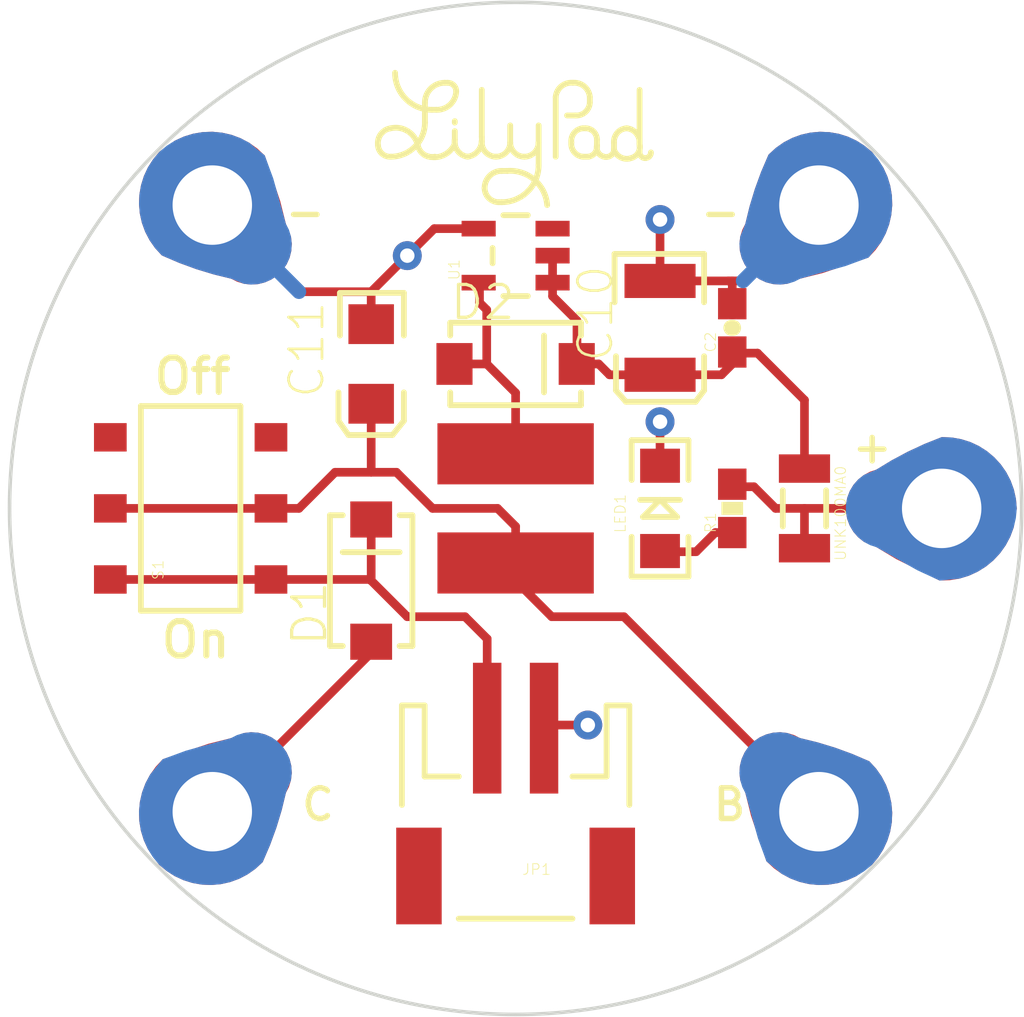
<source format=kicad_pcb>
(kicad_pcb (version 20211014) (generator pcbnew)
  (layers (0 "F.Cu" signal) (31 "B.Cu" signal) (34 "B.Paste" user) (35 "F.Paste" user) (36 "B.SilkS" user "B.Silkscreen") (37 "F.SilkS" user "F.Silkscreen") (38 "B.Mask" user) (39 "F.Mask" user) (44 "Edge.Cuts" user))
  (net 0 "")
  (net 1 "GND")
  (net 2 "N$16")
  (net 3 "B")
  (net 4 "N$1")
  (net 5 "+")
  (net 6 "N$2")
  (net 7 "N$5")
  (net 8 "C")
  (footprint "boardEagle:PETAL-LONG-2-2SIDE" (layer "F.Cu") (at 159.1691 94.3356 135)
    (fp_text reference "U$4" hide)
    (fp_text value "SEWTAP10" hide)
    (fp_poly (pts (xy 0.126124 -3.367373) (xy 0.374295 -3.32223) (xy 0.610382 -3.233401) (xy 0.82676 -3.103754) (xy 1.016441 -2.937476) (xy 1.173302 -2.739936) (xy 1.292278 -2.517512) (xy 1.363048 -2.297524) (xy 1.689085 -1.761075) (xy 1.991934 -1.194365) (xy 2.262978 -0.611774) (xy 2.508432 0.002536) (xy 2.493573 0.352924) (xy 2.435718 0.68347) (xy 2.335217 1.00364) (xy 2.193791 1.307955) (xy 2.013856 1.591207) (xy 1.798494 1.848554) (xy 1.551385 2.075592) (xy 1.276759 2.268437) (xy 0.979313 2.42379) (xy 0.664135 2.538994) (xy 0.336617 2.612077) (xy -0.003732 2.642332) (xy -0.673997 2.533088) (xy -0.997634 2.412045) (xy -1.299749 2.251368) (xy -1.578307 2.052633) (xy -1.828544 1.819241) (xy -2.046178 1.555184) (xy -2.227486 1.264982) (xy -2.369365 0.953597) (xy -2.469389 0.626358) (xy -2.525846 0.288862) (xy -2.538431 -0.072059) (xy -1.78791 -1.590384) (xy -1.360755 -2.301226) (xy -1.176179 -2.736312) (xy -1.016439 -2.937478) (xy -0.826758 -3.103756) (xy -0.61038 -3.233401) (xy -0.374294 -3.32223) (xy -0.126121 -3.367374)) (layer "F.Cu") (width 0) (fill solid))
    (fp_poly (pts (xy 0.374294 -3.32223) (xy 0.61038 -3.233401) (xy 0.826758 -3.103756) (xy 1.016439 -2.937478) (xy 1.176179 -2.736312) (xy 1.360654 -2.301463) (xy 1.689085 -1.761075) (xy 1.991934 -1.194365) (xy 2.262978 -0.611774) (xy 2.5076 0.000454) (xy 2.5076 0.022153) (xy 2.493584 0.352924) (xy 2.435738 0.683478) (xy 2.335244 1.003653) (xy 2.193821 1.307972) (xy 2.013888 1.591231) (xy 1.798522 1.848581) (xy 1.55141 2.075621) (xy 1.276779 2.268466) (xy 0.979326 2.423816) (xy 0.664142 2.539013) (xy 0.336619 2.612088) (xy -0.000384 2.642034) (xy -0.343727 2.608919) (xy -0.677126 2.531897) (xy -0.997621 2.41202) (xy -1.29973 2.25134) (xy -1.578283 2.052605) (xy -1.828516 1.819214) (xy -2.046148 1.555162) (xy -2.227457 1.264964) (xy -2.36934 0.953585) (xy -2.470349 0.62315) (xy -2.539862 -0.06737) (xy -2.178263 -0.852194) (xy -1.363557 -2.295942) (xy -1.292278 -2.517512) (xy -1.173302 -2.739936) (xy -1.016441 -2.937476) (xy -0.82676 -3.103754) (xy -0.610382 -3.233401) (xy -0.374295 -3.32223) (xy -0.126124 -3.367373) (xy 0.126121 -3.367374)) (layer "B.Cu") (width 0) (fill solid))
    (pad "1" thru_hole circle (at 0 0 225) (size 3.81 3.81) (drill 2.794) (layers *.Cu *.Mask) (net 1 "GND"))
  )
  (footprint "boardEagle:SMA-DIODE" (layer "F.Cu") (at 143.4211 107.5436 90)
    (fp_text reference "D1" (at -2.359 -2.17 90) (layer "F.SilkS") (effects (font (size 1.1557 1.1557) (thickness 0.1143)) (justify left)))
    (fp_text value "MBRA140")
    (fp_line (start 2.3 -1.45) (end 2.3 -1) (layer "F.SilkS") (width 0.2032))
    (fp_line (start -2.3 -1) (end -2.3 -1.45) (layer "F.SilkS") (width 0.2032))
    (fp_line (start -2.3 1.45) (end -2.3 1) (layer "F.SilkS") (width 0.2032))
    (fp_line (start -2.3 -1.45) (end 2.3 -1.45) (layer "F.SilkS") (width 0.2032))
    (fp_line (start 1 -1) (end 1 1) (layer "F.SilkS") (width 0.2032))
    (fp_line (start 2.3 1.45) (end -2.3 1.45) (layer "F.SilkS") (width 0.2032))
    (fp_line (start 2.3 1) (end 2.3 1.45) (layer "F.SilkS") (width 0.2032))
    (pad "A" smd rect (at -2.15 0 270) (size 1.27 1.47) (layers "F.Cu" "F.Paste" "F.Mask") (net 8 "C"))
    (pad "C" smd rect (at 2.15 0 90) (size 1.27 1.47) (layers "F.Cu" "F.Paste" "F.Mask") (net 7 "N$5"))
  )
  (footprint "boardEagle:PETAL-LONG-2-2SIDE" (layer "F.Cu") (at 137.8331 94.3356 -135)
    (fp_text reference "U$5" hide)
    (fp_text value "SEWTAP10" hide)
    (fp_poly (pts (xy 0.126124 -3.367373) (xy 0.374295 -3.32223) (xy 0.610382 -3.233401) (xy 0.82676 -3.103754) (xy 1.016441 -2.937476) (xy 1.173302 -2.739936) (xy 1.292278 -2.517512) (xy 1.363048 -2.297524) (xy 1.689085 -1.761075) (xy 1.991934 -1.194365) (xy 2.262978 -0.611774) (xy 2.508432 0.002536) (xy 2.493573 0.352924) (xy 2.435718 0.68347) (xy 2.335217 1.00364) (xy 2.193791 1.307955) (xy 2.013856 1.591207) (xy 1.798494 1.848554) (xy 1.551385 2.075592) (xy 1.276759 2.268437) (xy 0.979313 2.42379) (xy 0.664135 2.538994) (xy 0.336617 2.612077) (xy -0.003732 2.642332) (xy -0.673997 2.533088) (xy -0.997634 2.412045) (xy -1.299749 2.251368) (xy -1.578307 2.052633) (xy -1.828544 1.819241) (xy -2.046178 1.555184) (xy -2.227486 1.264982) (xy -2.369365 0.953597) (xy -2.469389 0.626358) (xy -2.525846 0.288862) (xy -2.538431 -0.072059) (xy -1.78791 -1.590384) (xy -1.360755 -2.301226) (xy -1.176179 -2.736312) (xy -1.016439 -2.937478) (xy -0.826758 -3.103756) (xy -0.61038 -3.233401) (xy -0.374294 -3.32223) (xy -0.126121 -3.367374)) (layer "F.Cu") (width 0) (fill solid))
    (fp_poly (pts (xy 0.374294 -3.32223) (xy 0.61038 -3.233401) (xy 0.826758 -3.103756) (xy 1.016439 -2.937478) (xy 1.176179 -2.736312) (xy 1.360654 -2.301463) (xy 1.689085 -1.761075) (xy 1.991934 -1.194365) (xy 2.262978 -0.611774) (xy 2.5076 0.000454) (xy 2.5076 0.022153) (xy 2.493584 0.352924) (xy 2.435738 0.683478) (xy 2.335244 1.003653) (xy 2.193821 1.307972) (xy 2.013888 1.591231) (xy 1.798522 1.848581) (xy 1.55141 2.075621) (xy 1.276779 2.268466) (xy 0.979326 2.423816) (xy 0.664142 2.539013) (xy 0.336619 2.612088) (xy -0.000384 2.642034) (xy -0.343727 2.608919) (xy -0.677126 2.531897) (xy -0.997621 2.41202) (xy -1.29973 2.25134) (xy -1.578283 2.052605) (xy -1.828516 1.819214) (xy -2.046148 1.555162) (xy -2.227457 1.264964) (xy -2.36934 0.953585) (xy -2.470349 0.62315) (xy -2.539862 -0.06737) (xy -2.178263 -0.852194) (xy -1.363557 -2.295942) (xy -1.292278 -2.517512) (xy -1.173302 -2.739936) (xy -1.016441 -2.937476) (xy -0.82676 -3.103754) (xy -0.610382 -3.233401) (xy -0.374295 -3.32223) (xy -0.126124 -3.367373) (xy 0.126121 -3.367374)) (layer "B.Cu") (width 0) (fill solid))
    (pad "1" thru_hole circle (at 0 0 315) (size 3.81 3.81) (drill 2.794) (layers *.Cu *.Mask) (net 1 "GND"))
  )
  (footprint "boardEagle:LED-1206" (layer "F.Cu") (at 153.5811 105.0036 90)
    (fp_text reference "LED1" (at -0.889 -1.397 90) (layer "F.SilkS") (effects (font (size 0.376489 0.376489) (thickness 0.029911)) (justify left)))
    (fp_text value "Red")
    (fp_line (start -2.4 -1) (end -2.4 1) (layer "F.SilkS") (width 0.2032))
    (fp_line (start 1 -1) (end 2.4 -1) (layer "F.SilkS") (width 0.2032))
    (fp_line (start 2.4 1) (end 1 1) (layer "F.SilkS") (width 0.2032))
    (fp_line (start -1 -1) (end -2.4 -1) (layer "F.SilkS") (width 0.2032))
    (fp_line (start 2.4 -1) (end 2.4 1) (layer "F.SilkS") (width 0.2032))
    (fp_line (start 0.3 0) (end 0.3 0.7) (layer "F.SilkS") (width 0.2032))
    (fp_line (start 0.3 -0.7) (end 0.3 0) (layer "F.SilkS") (width 0.2032))
    (fp_line (start -2.4 1) (end -1 1) (layer "F.SilkS") (width 0.2032))
    (fp_line (start 0.3 0) (end -0.3 -0.6) (layer "F.SilkS") (width 0.2032))
    (fp_line (start -0.3 0.6) (end 0.3 0) (layer "F.SilkS") (width 0.2032))
    (fp_line (start -0.3 -0.6) (end -0.3 0.6) (layer "F.SilkS") (width 0.2032))
    (pad "A" smd rect (at -1.5 0 90) (size 1.2 1.4) (layers "F.Cu" "F.Paste" "F.Mask") (net 4 "N$1"))
    (pad "C" smd rect (at 1.5 0 90) (size 1.2 1.4) (layers "F.Cu" "F.Paste" "F.Mask") (net 1 "GND"))
  )
  (footprint "boardEagle:CR54" (layer "F.Cu") (at 148.5011 105.0036)
    (fp_text reference "L1" hide)
    (fp_text value "22uH" hide)
    (pad "P$1" smd rect (at 0 -1.92) (size 5.5 2.15) (layers "F.Cu" "F.Paste" "F.Mask") (net 2 "N$16"))
    (pad "P$2" smd rect (at 0 1.92) (size 5.5 2.15) (layers "F.Cu" "F.Paste" "F.Mask") (net 3 "B"))
  )
  (footprint "boardEagle:CPOL_1206" (layer "F.Cu") (at 143.4211 99.9236)
    (fp_text reference "C11" (at -2.27 1.27 90) (layer "F.SilkS") (effects (font (size 1.176528 1.176528) (thickness 0.093472)) (justify left)))
    (fp_text value "10uF")
    (fp_line (start 1.15 2) (end 1.15 1) (layer "F.SilkS") (width 0.2032))
    (fp_line (start -1.15 2) (end -0.8 2.5) (layer "F.SilkS") (width 0.2032))
    (fp_line (start -1.15 1) (end -1.15 2) (layer "F.SilkS") (width 0.2032))
    (fp_line (start -0.8 2.5) (end 0.75 2.5) (layer "F.SilkS") (width 0.2032))
    (fp_line (start -1.1 -2.5) (end 1.15 -2.5) (layer "F.SilkS") (width 0.2032))
    (fp_line (start 1.15 -2.5) (end 1.15 -1) (layer "F.SilkS") (width 0.2032))
    (fp_line (start 0.75 2.5) (end 1.15 2) (layer "F.SilkS") (width 0.2032))
    (fp_line (start -1.1 -1) (end -1.1 -2.5) (layer "F.SilkS") (width 0.2032))
    (pad "A" smd rect (at 0 1.4) (size 1.6 1.4) (layers "F.Cu" "F.Paste" "F.Mask") (net 3 "B"))
    (pad "C" smd rect (at 0 -1.4) (size 1.6 1.4) (layers "F.Cu" "F.Paste" "F.Mask") (net 1 "GND"))
  )
  (footprint "boardEagle:AYZ0202" (layer "F.Cu") (at 137.0711 105.0036 90)
    (fp_text reference "S1" (at -2.54 -1.143 90) (layer "F.SilkS") (effects (font (size 0.376489 0.376489) (thickness 0.029911)) (justify left)))
    (fp_text value "AYZ0202")
    (fp_line (start -3.6 -1.75) (end -3.6 1.75) (layer "F.SilkS") (width 0.2032))
    (fp_line (start -3.6 1.75) (end 3.6 1.75) (layer "F.SilkS") (width 0.2032))
    (fp_line (start 3.6 -1.75) (end -3.6 -1.75) (layer "F.SilkS") (width 0.2032))
    (fp_line (start 3.6 1.75) (end 3.6 -1.75) (layer "F.SilkS") (width 0.2032))
    (pad "" np_thru_hole circle (at 1.5 0 90) (size 0.85 0.85) (drill 0.85) (layers *.Cu *.Mask))
    (pad "" np_thru_hole circle (at -1.5 0 90) (size 0.85 0.85) (drill 0.85) (layers *.Cu *.Mask))
    (pad "1" smd rect (at -2.5 -2.825 90) (size 1 1.15) (layers "F.Cu" "F.Paste" "F.Mask") (net 7 "N$5"))
    (pad "2" smd rect (at 0 -2.825 90) (size 1 1.15) (layers "F.Cu" "F.Paste" "F.Mask") (net 3 "B"))
    (pad "3" smd rect (at 2.5 -2.825 90) (size 1 1.15) (layers "F.Cu" "F.Paste" "F.Mask"))
    (pad "4" smd rect (at -2.5 2.825 90) (size 1 1.15) (layers "F.Cu" "F.Paste" "F.Mask") (net 7 "N$5"))
    (pad "5" smd rect (at 0 2.825 90) (size 1 1.15) (layers "F.Cu" "F.Paste" "F.Mask") (net 3 "B"))
    (pad "6" smd rect (at 2.5 2.825 90) (size 1 1.15) (layers "F.Cu" "F.Paste" "F.Mask"))
  )
  (footprint "boardEagle:0603-CAP" (layer "F.Cu") (at 156.1211 98.6536 90)
    (fp_text reference "C2" (at -0.889 -0.762 90) (layer "F.SilkS") (effects (font (size 0.376489 0.376489) (thickness 0.029911)) (justify left)))
    (fp_text value "0.1uF")
    (fp_line (start 0 -0.0305) (end 0 0.0305) (layer "F.SilkS") (width 0.5588))
    (pad "1" smd rect (at -0.85 0 90) (size 1.1 1) (layers "F.Cu" "F.Paste" "F.Mask") (net 6 "N$2"))
    (pad "2" smd rect (at 0.85 0 90) (size 1.1 1) (layers "F.Cu" "F.Paste" "F.Mask") (net 1 "GND"))
  )
  (footprint "boardEagle:EIA3528-21" (layer "F.Cu") (at 153.5811 98.6536)
    (fp_text reference "C10" (at -2.27 1.27 90) (layer "F.SilkS") (effects (font (size 1.176528 1.176528) (thickness 0.093472)) (justify left)))
    (fp_text value "47uF")
    (fp_line (start -1.55 1) (end -1.55 2.2) (layer "F.SilkS") (width 0.2032))
    (fp_line (start 1.55 -2.6) (end 1.55 -0.9) (layer "F.SilkS") (width 0.2032))
    (fp_line (start 1.25 2.6) (end 1.55 2.2) (layer "F.SilkS") (width 0.2032))
    (fp_line (start -1.6 -0.9) (end -1.6 -2.6) (layer "F.SilkS") (width 0.2032))
    (fp_line (start 1.55 2.2) (end 1.55 1) (layer "F.SilkS") (width 0.2032))
    (fp_line (start -1.55 2.2) (end -1.2 2.6) (layer "F.SilkS") (width 0.2032))
    (fp_line (start -1.2 2.6) (end 1.25 2.6) (layer "F.SilkS") (width 0.2032))
    (fp_line (start -1.6 -2.6) (end 1.55 -2.6) (layer "F.SilkS") (width 0.2032))
    (pad "A" smd rect (at 0 1.65) (size 2.5 1.2) (layers "F.Cu" "F.Paste" "F.Mask") (net 6 "N$2"))
    (pad "C" smd rect (at 0 -1.65) (size 2.5 1.2) (layers "F.Cu" "F.Paste" "F.Mask") (net 1 "GND"))
  )
  (footprint "boardEagle:PETAL-LONG-2-2SIDE" (layer "F.Cu") (at 137.8331 115.6716 -45)
    (fp_text reference "U$2" hide)
    (fp_text value "SEWTAP10" hide)
    (fp_poly (pts (xy 0.126124 -3.367373) (xy 0.374295 -3.32223) (xy 0.610382 -3.233401) (xy 0.82676 -3.103754) (xy 1.016441 -2.937476) (xy 1.173302 -2.739936) (xy 1.292278 -2.517512) (xy 1.363048 -2.297524) (xy 1.689085 -1.761075) (xy 1.991934 -1.194365) (xy 2.262978 -0.611774) (xy 2.508432 0.002536) (xy 2.493573 0.352924) (xy 2.435718 0.68347) (xy 2.335217 1.00364) (xy 2.193791 1.307955) (xy 2.013856 1.591207) (xy 1.798494 1.848554) (xy 1.551385 2.075592) (xy 1.276759 2.268437) (xy 0.979313 2.42379) (xy 0.664135 2.538994) (xy 0.336617 2.612077) (xy -0.003732 2.642332) (xy -0.673997 2.533088) (xy -0.997634 2.412045) (xy -1.299749 2.251368) (xy -1.578307 2.052633) (xy -1.828544 1.819241) (xy -2.046178 1.555184) (xy -2.227486 1.264982) (xy -2.369365 0.953597) (xy -2.469389 0.626358) (xy -2.525846 0.288862) (xy -2.538431 -0.072059) (xy -1.78791 -1.590384) (xy -1.360755 -2.301226) (xy -1.176179 -2.736312) (xy -1.016439 -2.937478) (xy -0.826758 -3.103756) (xy -0.61038 -3.233401) (xy -0.374294 -3.32223) (xy -0.126121 -3.367374)) (layer "F.Cu") (width 0) (fill solid))
    (fp_poly (pts (xy 0.374294 -3.32223) (xy 0.61038 -3.233401) (xy 0.826758 -3.103756) (xy 1.016439 -2.937478) (xy 1.176179 -2.736312) (xy 1.360654 -2.301463) (xy 1.689085 -1.761075) (xy 1.991934 -1.194365) (xy 2.262978 -0.611774) (xy 2.5076 0.000454) (xy 2.5076 0.022153) (xy 2.493584 0.352924) (xy 2.435738 0.683478) (xy 2.335244 1.003653) (xy 2.193821 1.307972) (xy 2.013888 1.591231) (xy 1.798522 1.848581) (xy 1.55141 2.075621) (xy 1.276779 2.268466) (xy 0.979326 2.423816) (xy 0.664142 2.539013) (xy 0.336619 2.612088) (xy -0.000384 2.642034) (xy -0.343727 2.608919) (xy -0.677126 2.531897) (xy -0.997621 2.41202) (xy -1.29973 2.25134) (xy -1.578283 2.052605) (xy -1.828516 1.819214) (xy -2.046148 1.555162) (xy -2.227457 1.264964) (xy -2.36934 0.953585) (xy -2.470349 0.62315) (xy -2.539862 -0.06737) (xy -2.178263 -0.852194) (xy -1.363557 -2.295942) (xy -1.292278 -2.517512) (xy -1.173302 -2.739936) (xy -1.016441 -2.937476) (xy -0.82676 -3.103754) (xy -0.610382 -3.233401) (xy -0.374295 -3.32223) (xy -0.126124 -3.367373) (xy 0.126121 -3.367374)) (layer "B.Cu") (width 0) (fill solid))
    (pad "1" thru_hole circle (at 0 0 45) (size 3.81 3.81) (drill 2.794) (layers *.Cu *.Mask) (net 8 "C"))
  )
  (footprint "boardEagle:PETAL-LONG-2-2SIDE" (layer "F.Cu") (at 159.1691 115.6716 45)
    (fp_text reference "U$3" hide)
    (fp_text value "SEWTAP10" hide)
    (fp_poly (pts (xy 0.126124 -3.367373) (xy 0.374295 -3.32223) (xy 0.610382 -3.233401) (xy 0.82676 -3.103754) (xy 1.016441 -2.937476) (xy 1.173302 -2.739936) (xy 1.292278 -2.517512) (xy 1.363048 -2.297524) (xy 1.689085 -1.761075) (xy 1.991934 -1.194365) (xy 2.262978 -0.611774) (xy 2.508432 0.002536) (xy 2.493573 0.352924) (xy 2.435718 0.68347) (xy 2.335217 1.00364) (xy 2.193791 1.307955) (xy 2.013856 1.591207) (xy 1.798494 1.848554) (xy 1.551385 2.075592) (xy 1.276759 2.268437) (xy 0.979313 2.42379) (xy 0.664135 2.538994) (xy 0.336617 2.612077) (xy -0.003732 2.642332) (xy -0.673997 2.533088) (xy -0.997634 2.412045) (xy -1.299749 2.251368) (xy -1.578307 2.052633) (xy -1.828544 1.819241) (xy -2.046178 1.555184) (xy -2.227486 1.264982) (xy -2.369365 0.953597) (xy -2.469389 0.626358) (xy -2.525846 0.288862) (xy -2.538431 -0.072059) (xy -1.78791 -1.590384) (xy -1.360755 -2.301226) (xy -1.176179 -2.736312) (xy -1.016439 -2.937478) (xy -0.826758 -3.103756) (xy -0.61038 -3.233401) (xy -0.374294 -3.32223) (xy -0.126121 -3.367374)) (layer "F.Cu") (width 0) (fill solid))
    (fp_poly (pts (xy 0.374294 -3.32223) (xy 0.61038 -3.233401) (xy 0.826758 -3.103756) (xy 1.016439 -2.937478) (xy 1.176179 -2.736312) (xy 1.360654 -2.301463) (xy 1.689085 -1.761075) (xy 1.991934 -1.194365) (xy 2.262978 -0.611774) (xy 2.5076 0.000454) (xy 2.5076 0.022153) (xy 2.493584 0.352924) (xy 2.435738 0.683478) (xy 2.335244 1.003653) (xy 2.193821 1.307972) (xy 2.013888 1.591231) (xy 1.798522 1.848581) (xy 1.55141 2.075621) (xy 1.276779 2.268466) (xy 0.979326 2.423816) (xy 0.664142 2.539013) (xy 0.336619 2.612088) (xy -0.000384 2.642034) (xy -0.343727 2.608919) (xy -0.677126 2.531897) (xy -0.997621 2.41202) (xy -1.29973 2.25134) (xy -1.578283 2.052605) (xy -1.828516 1.819214) (xy -2.046148 1.555162) (xy -2.227457 1.264964) (xy -2.36934 0.953585) (xy -2.470349 0.62315) (xy -2.539862 -0.06737) (xy -2.178263 -0.852194) (xy -1.363557 -2.295942) (xy -1.292278 -2.517512) (xy -1.173302 -2.739936) (xy -1.016441 -2.937476) (xy -0.82676 -3.103754) (xy -0.610382 -3.233401) (xy -0.374295 -3.32223) (xy -0.126124 -3.367373) (xy 0.126121 -3.367374)) (layer "B.Cu") (width 0) (fill solid))
    (pad "1" thru_hole circle (at 0 0 135) (size 3.81 3.81) (drill 2.794) (layers *.Cu *.Mask) (net 3 "B"))
  )
  (footprint "boardEagle:0603-RES" (layer "F.Cu") (at 156.1211 105.0036 90)
    (fp_text reference "R1" (at -0.889 -0.762 90) (layer "F.SilkS") (effects (font (size 0.376489 0.376489) (thickness 0.029911)) (justify left)))
    (fp_text value "1K")
    (fp_poly (pts (xy -0.2286 0.381) (xy 0.2286 0.381) (xy 0.2286 -0.381) (xy -0.2286 -0.381)) (layer "F.SilkS") (width 0) (fill solid))
    (pad "1" smd rect (at -0.85 0 90) (size 1.1 1) (layers "F.Cu" "F.Paste" "F.Mask") (net 4 "N$1"))
    (pad "2" smd rect (at 0.85 0 90) (size 1.1 1) (layers "F.Cu" "F.Paste" "F.Mask") (net 5 "+"))
  )
  (footprint "boardEagle:LOGO-LILYPAD" (layer "F.Cu") (at 148.5011 91.6686)
    (fp_text reference "U$7" hide)
    (fp_text value "LOGO-LPLP" hide)
    (fp_line (start -2.14 0.365) (end -2.14 0.065) (layer "F.SilkS") (width 0.2032))
    (fp_line (start -3.19 -0.235) (end -3.19 -0.935) (layer "F.SilkS") (width 0.2032))
    (fp_line (start -2.14 0.365) (end -2.14 0.515) (layer "F.SilkS") (width 0.2032))
    (fp_line (start 0.81 0.465) (end 0.81 -0.135) (layer "F.SilkS") (width 0.2032))
    (fp_line (start 3.46 0.715) (end 3.46 0.465) (layer "F.SilkS") (width 0.2032))
    (fp_line (start -0.49 1.465) (end -0.29 1.465) (layer "F.SilkS") (width 0.2032))
    (fp_line (start 2.86 0.365) (end 2.86 0.565) (layer "F.SilkS") (width 0.2032))
    (fp_line (start -1.19 0.465) (end -1.19 0.415) (layer "F.SilkS") (width 0.2032))
    (fp_line (start -0.59 2.565) (end -0.49 2.565) (layer "F.SilkS") (width 0.2032))
    (fp_line (start 2.11 -0.485) (end 1.81 -0.485) (layer "F.SilkS") (width 0.2032))
    (fp_line (start -2.49 -1.635) (end -2.39 -1.635) (layer "F.SilkS") (width 0.2032))
    (fp_line (start -0.19 0.465) (end -0.19 -0.135) (layer "F.SilkS") (width 0.2032))
    (fp_line (start -2.14 -0.235) (end -2.14 -0.285) (layer "F.SilkS") (width 0.2032))
    (fp_line (start -2.94 -0.685) (end -2.79 -0.685) (layer "F.SilkS") (width 0.2032))
    (fp_line (start 2.56 0.965) (end 2.36 0.965) (layer "F.SilkS") (width 0.2032))
    (fp_line (start 4.36 0.615) (end 4.36 -1.385) (layer "F.SilkS") (width 0.2032))
    (fp_line (start 2.61 -1.135) (end 2.61 -0.935) (layer "F.SilkS") (width 0.2032))
    (fp_line (start 0.81 1.265) (end 0.81 0.465) (layer "F.SilkS") (width 0.2032))
    (fp_line (start 3.46 0.765) (end 3.46 0.715) (layer "F.SilkS") (width 0.2032))
    (fp_line (start 1.41 0.965) (end 1.41 -1.135) (layer "F.SilkS") (width 0.2032))
    (fp_line (start 2.36 -0.035) (end 2.46 -0.035) (layer "F.SilkS") (width 0.2032))
    (fp_line (start -1.19 0.265) (end -1.19 -1.385) (layer "F.SilkS") (width 0.2032))
    (fp_line (start 4.36 0.715) (end 4.36 0.815) (layer "F.SilkS") (width 0.2032))
    (fp_arc (start -2.94 -0.685) (mid -3.859239 -1.065761) (end -4.24 -1.985) (layer "F.SilkS") (width 0.2032))
    (fp_arc (start -1.19 0.415) (mid -1.338239 0.78251) (end -1.690001 0.965) (layer "F.SilkS") (width 0.2032))
    (fp_arc (start 2.36 0.965) (mid 2.056446 0.797842) (end 1.959999 0.464999) (layer "F.SilkS") (width 0.2032))
    (fp_arc (start 3.46 0.465) (mid 3.581447 0.121802) (end 3.91 -0.035) (layer "F.SilkS") (width 0.2032))
    (fp_arc (start -3.19 -0.235) (mid -3.541472 0.613528) (end -4.39 0.965) (layer "F.SilkS") (width 0.2032))
    (fp_arc (start -4.39 0.965) (mid -4.697843 0.858198) (end -4.84 0.565) (layer "F.SilkS") (width 0.2032))
    (fp_arc (start 2.86 0.565) (mid 2.792843 0.827132) (end 2.56 0.965) (layer "F.SilkS") (width 0.2032))
    (fp_arc (start 3.46 0.765) (mid 3.326421 0.937487) (end 3.11 0.965) (layer "F.SilkS") (width 0.2032))
    (fp_arc (start -1.09 2.065) (mid -0.914264 1.640735) (end -0.489999 1.464999) (layer "F.SilkS") (width 0.2032))
    (fp_arc (start 4.36 0.715) (mid 4.251547 0.906548) (end 4.059999 1.015) (layer "F.SilkS") (width 0.2032))
    (fp_arc (start -1.69 0.965) (mid -2.039264 0.758198) (end -2.14 0.365) (layer "F.SilkS") (width 0.2032))
    (fp_arc (start -2.39 -1.635) (mid -2.177868 -1.547132) (end -2.09 -1.335) (layer "F.SilkS") (width 0.2032))
    (fp_arc (start 0.81 1.265) (mid 0.429239 2.184239) (end -0.49 2.565) (layer "F.SilkS") (width 0.2032))
    (fp_arc (start -0.69 0.965) (mid -1.043553 0.818553) (end -1.19 0.465) (layer "F.SilkS") (width 0.2032))
    (fp_arc (start -2.09 -1.335) (mid -2.305381 -0.865025) (end -2.79 -0.685) (layer "F.SilkS") (width 0.2032))
    (fp_arc (start 3.91 -0.035) (mid 4.248909 0.146802) (end 4.36 0.515) (layer "F.SilkS") (width 0.2032))
    (fp_arc (start -1.19 0.265) (mid -1.187119 0.34) (end -1.19 0.415) (layer "F.SilkS") (width 0.2032))
    (fp_arc (start 0.31 0.965) (mid -0.043553 0.818553) (end -0.19 0.465) (layer "F.SilkS") (width 0.2032))
    (fp_arc (start -0.29 1.465) (mid 0.658528 1.775051) (end 1.11 2.665) (layer "F.SilkS") (width 0.2032))
    (fp_arc (start 2.01 -1.635) (mid 2.413529 -1.509234) (end 2.609999 -1.134999) (layer "F.SilkS") (width 0.2032))
    (fp_arc (start 2.46 -0.035) (mid 2.742843 0.082157) (end 2.86 0.365) (layer "F.SilkS") (width 0.2032))
    (fp_arc (start 0.81 0.465) (mid 0.663553 0.818553) (end 0.31 0.965) (layer "F.SilkS") (width 0.2032))
    (fp_arc (start -2.14 0.515) (mid -2.582158 0.932462) (end -3.190001 0.914999) (layer "F.SilkS") (width 0.2032))
    (fp_arc (start -0.59 2.565) (mid -0.943553 2.418553) (end -1.09 2.065) (layer "F.SilkS") (width 0.2032))
    (fp_arc (start 1.41 -1.135) (mid 1.606447 -1.509264) (end 2.01 -1.635) (layer "F.SilkS") (width 0.2032))
    (fp_arc (start 2.61 -0.935) (mid 2.453171 -0.606475) (end 2.109999 -0.484999) (layer "F.SilkS") (width 0.2032))
    (fp_arc (start 4.56 1.015) (mid 4.418579 0.956421) (end 4.36 0.815) (layer "F.SilkS") (width 0.2032))
    (fp_arc (start 4.76 0.815) (mid 4.701421 0.956421) (end 4.56 1.015) (layer "F.SilkS") (width 0.2032))
    (fp_arc (start -3.19 -0.935) (mid -2.984975 -1.429975) (end -2.49 -1.635) (layer "F.SilkS") (width 0.2032))
    (fp_arc (start -4.39 -0.035) (mid -3.790736 0.068249) (end -3.44 0.565) (layer "F.SilkS") (width 0.2032))
    (fp_arc (start -2.839999 0.964999) (mid -3.222842 0.889264) (end -3.44 0.565) (layer "F.SilkS") (width 0.2032))
    (fp_arc (start 1.96 0.465) (mid 2.056447 0.132157) (end 2.36 -0.035) (layer "F.SilkS") (width 0.2032))
    (fp_arc (start 4.06 1.015) (mid 3.697868 0.989264) (end 3.46 0.715) (layer "F.SilkS") (width 0.2032))
    (fp_arc (start -4.84 0.565) (mid -4.739264 0.171802) (end -4.39 -0.035) (layer "F.SilkS") (width 0.2032))
    (fp_arc (start -0.19 0.465) (mid -0.336447 0.818553) (end -0.69 0.965) (layer "F.SilkS") (width 0.2032))
    (fp_arc (start 4.36 0.515) (mid 4.372311 0.615) (end 4.36 0.715) (layer "F.SilkS") (width 0.2032))
    (fp_arc (start 3.11 0.965) (mid 2.902157 0.816777) (end 2.86 0.565) (layer "F.SilkS") (width 0.2032))
  )
  (footprint "boardEagle:PTC-1206" (layer "F.Cu") (at 158.6611 105.0036 -90)
    (fp_text reference "UNK100MA0" (at -1.524 -1.27 90) (layer "F.SilkS") (effects (font (size 0.376489 0.376489) (thickness 0.029911)) (justify right)))
    (fp_text value "PTC")
    (fp_line (start -0.635 -0.762) (end 0.635 -0.762) (layer "F.SilkS") (width 0.2032))
    (fp_line (start 0.635 0.762) (end -0.635 0.762) (layer "F.SilkS") (width 0.2032))
    (pad "1" smd rect (at -1.4 0 270) (size 1 1.8) (layers "F.Cu" "F.Paste" "F.Mask") (net 6 "N$2"))
    (pad "2" smd rect (at 1.4 0 270) (size 1 1.8) (layers "F.Cu" "F.Paste" "F.Mask") (net 5 "+"))
  )
  (footprint "boardEagle:SMA-DIODE" (layer "F.Cu") (at 148.5011 99.9236)
    (fp_text reference "D2" (at -2.359 -2.17) (layer "F.SilkS") (effects (font (size 1.1557 1.1557) (thickness 0.1143)) (justify left)))
    (fp_text value "MBRA140")
    (fp_line (start 2.3 -1.45) (end 2.3 -1) (layer "F.SilkS") (width 0.2032))
    (fp_line (start 2.3 1.45) (end -2.3 1.45) (layer "F.SilkS") (width 0.2032))
    (fp_line (start -2.3 1.45) (end -2.3 1) (layer "F.SilkS") (width 0.2032))
    (fp_line (start -2.3 -1.45) (end 2.3 -1.45) (layer "F.SilkS") (width 0.2032))
    (fp_line (start 1 -1) (end 1 1) (layer "F.SilkS") (width 0.2032))
    (fp_line (start -2.3 -1) (end -2.3 -1.45) (layer "F.SilkS") (width 0.2032))
    (fp_line (start 2.3 1) (end 2.3 1.45) (layer "F.SilkS") (width 0.2032))
    (pad "A" smd rect (at -2.15 0 180) (size 1.27 1.47) (layers "F.Cu" "F.Paste" "F.Mask") (net 2 "N$16"))
    (pad "C" smd rect (at 2.15 0) (size 1.27 1.47) (layers "F.Cu" "F.Paste" "F.Mask") (net 6 "N$2"))
  )
  (footprint "boardEagle:JST-2-SMD" (layer "F.Cu") (at 148.5011 116.4336 180)
    (fp_text reference "JP1" (at -1.27 -1.27) (layer "F.SilkS") (effects (font (size 0.376489 0.376489) (thickness 0.029911)) (justify right)))
    (fp_text value "LiPo")
    (fp_line (start 2 -3) (end -2 -3) (layer "F.SilkS") (width 0.2032))
    (fp_line (start 4 4.5) (end 4 1) (layer "F.SilkS") (width 0.2032))
    (fp_line (start -4 1) (end -4 4.5) (layer "F.SilkS") (width 0.2032))
    (fp_line (start -4 4.5) (end -3.2 4.5) (layer "F.SilkS") (width 0.2032))
    (fp_line (start 3.2 4.5) (end 4 4.5) (layer "F.SilkS") (width 0.2032))
    (fp_line (start 2 2) (end 3.2 2) (layer "F.SilkS") (width 0.2032))
    (fp_line (start -3.2 4.5) (end -3.2 2) (layer "F.SilkS") (width 0.2032))
    (fp_line (start 3.2 2) (end 3.2 4.5) (layer "F.SilkS") (width 0.2032))
    (fp_line (start -3.2 2) (end -2 2) (layer "F.SilkS") (width 0.2032))
    (pad "1" smd rect (at -1 3.7 180) (size 1 4.6) (layers "F.Cu" "F.Paste" "F.Mask") (net 1 "GND"))
    (pad "2" smd rect (at 1 3.7 180) (size 1 4.6) (layers "F.Cu" "F.Paste" "F.Mask") (net 7 "N$5"))
    (pad "NC1" smd rect (at -3.4 -1.5 270) (size 3.4 1.6) (layers "F.Cu" "F.Paste" "F.Mask"))
    (pad "NC2" smd rect (at 3.4 -1.5 270) (size 3.4 1.6) (layers "F.Cu" "F.Paste" "F.Mask"))
  )
  (footprint "boardEagle:PETAL-LONG-2-2SIDE" (layer "F.Cu") (at 163.4871 105.0036 90)
    (fp_text reference "U$1" hide)
    (fp_text value "SEWTAP10" hide)
    (fp_poly (pts (xy 0.126124 -3.367373) (xy 0.374295 -3.32223) (xy 0.610382 -3.233401) (xy 0.82676 -3.103754) (xy 1.016441 -2.937476) (xy 1.173302 -2.739936) (xy 1.292278 -2.517512) (xy 1.363048 -2.297524) (xy 1.689085 -1.761075) (xy 1.991934 -1.194365) (xy 2.262978 -0.611774) (xy 2.508432 0.002536) (xy 2.493573 0.352924) (xy 2.435718 0.68347) (xy 2.335217 1.00364) (xy 2.193791 1.307955) (xy 2.013856 1.591207) (xy 1.798494 1.848554) (xy 1.551385 2.075592) (xy 1.276759 2.268437) (xy 0.979313 2.42379) (xy 0.664135 2.538994) (xy 0.336617 2.612077) (xy -0.003732 2.642332) (xy -0.673997 2.533088) (xy -0.997634 2.412045) (xy -1.299749 2.251368) (xy -1.578307 2.052633) (xy -1.828544 1.819241) (xy -2.046178 1.555184) (xy -2.227486 1.264982) (xy -2.369365 0.953597) (xy -2.469389 0.626358) (xy -2.525846 0.288862) (xy -2.538431 -0.072059) (xy -1.78791 -1.590384) (xy -1.360755 -2.301226) (xy -1.176179 -2.736312) (xy -1.016439 -2.937478) (xy -0.826758 -3.103756) (xy -0.61038 -3.233401) (xy -0.374294 -3.32223) (xy -0.126121 -3.367374)) (layer "F.Cu") (width 0) (fill solid))
    (fp_poly (pts (xy 0.374294 -3.32223) (xy 0.61038 -3.233401) (xy 0.826758 -3.103756) (xy 1.016439 -2.937478) (xy 1.176179 -2.736312) (xy 1.360654 -2.301463) (xy 1.689085 -1.761075) (xy 1.991934 -1.194365) (xy 2.262978 -0.611774) (xy 2.5076 0.000454) (xy 2.5076 0.022153) (xy 2.493584 0.352924) (xy 2.435738 0.683478) (xy 2.335244 1.003653) (xy 2.193821 1.307972) (xy 2.013888 1.591231) (xy 1.798522 1.848581) (xy 1.55141 2.075621) (xy 1.276779 2.268466) (xy 0.979326 2.423816) (xy 0.664142 2.539013) (xy 0.336619 2.612088) (xy -0.000384 2.642034) (xy -0.343727 2.608919) (xy -0.677126 2.531897) (xy -0.997621 2.41202) (xy -1.29973 2.25134) (xy -1.578283 2.052605) (xy -1.828516 1.819214) (xy -2.046148 1.555162) (xy -2.227457 1.264964) (xy -2.36934 0.953585) (xy -2.470349 0.62315) (xy -2.539862 -0.06737) (xy -2.178263 -0.852194) (xy -1.363557 -2.295942) (xy -1.292278 -2.517512) (xy -1.173302 -2.739936) (xy -1.016441 -2.937476) (xy -0.82676 -3.103754) (xy -0.610382 -3.233401) (xy -0.374295 -3.32223) (xy -0.126124 -3.367373) (xy 0.126121 -3.367374)) (layer "B.Cu") (width 0) (fill solid))
    (pad "1" thru_hole circle (at 0 0 180) (size 3.81 3.81) (drill 2.794) (layers *.Cu *.Mask) (net 5 "+"))
  )
  (footprint "boardEagle:SOT23-5" (layer "F.Cu") (at 148.5011 96.1136 90)
    (fp_text reference "U1" (at -0.889 -2.159 90) (layer "F.SilkS") (effects (font (size 0.376489 0.376489) (thickness 0.029911)) (justify left)))
    (fp_text value "NCP1400-5V")
    (fp_line (start 1.4224 -0.4294) (end 1.4224 0.4294) (layer "F.SilkS") (width 0.2032))
    (fp_line (start -1.4224 0.4294) (end -1.4224 -0.4294) (layer "F.SilkS") (width 0.2032))
    (fp_line (start -0.2684 -0.8104) (end 0.2684 -0.8104) (layer "F.SilkS") (width 0.2032))
    (pad "1" smd rect (at -0.95 1.3001 90) (size 0.55 1.2) (layers "F.Cu" "F.Paste" "F.Mask") (net 6 "N$2"))
    (pad "2" smd rect (at 0 1.3001 90) (size 0.55 1.2) (layers "F.Cu" "F.Paste" "F.Mask") (net 6 "N$2"))
    (pad "3" smd rect (at 0.95 1.3001 90) (size 0.55 1.2) (layers "F.Cu" "F.Paste" "F.Mask"))
    (pad "4" smd rect (at 0.95 -1.3001 90) (size 0.55 1.2) (layers "F.Cu" "F.Paste" "F.Mask") (net 1 "GND"))
    (pad "5" smd rect (at -0.95 -1.3001 90) (size 0.55 1.2) (layers "F.Cu" "F.Paste" "F.Mask") (net 2 "N$16"))
  )
  (gr_circle (center 148.5011 105.0036) (end 166.3011 105.0036) (layer "Edge.Cuts") (width 0.127) (fill none))
  (gr_text "On" (at 135.9281 110.3376) (layer "F.SilkS") (effects (font (size 1.20904 1.20904) (thickness 0.21336)) (justify left bottom)))
  (gr_text "-" (at 156.5021 93.9546) (layer "F.SilkS") (effects (font (size 1.0795 1.0795) (thickness 0.1905)) (justify right top)))
  (gr_text "-" (at 141.8971 93.9546) (layer "F.SilkS") (effects (font (size 1.0795 1.0795) (thickness 0.1905)) (justify right top)))
  (gr_text "C" (at 140.8811 116.0526) (layer "F.SilkS") (effects (font (size 1.0795 1.0795) (thickness 0.1905)) (justify left bottom)))
  (gr_text "+" (at 161.8361 102.2096) (layer "F.SilkS") (effects (font (size 1.0795 1.0795) (thickness 0.1905)) (justify right top)))
  (gr_text "B" (at 155.3591 116.0526) (layer "F.SilkS") (effects (font (size 1.0795 1.0795) (thickness 0.1905)) (justify left bottom)))
  (gr_text "Off" (at 135.6741 101.0666) (layer "F.SilkS") (effects (font (size 1.20904 1.20904) (thickness 0.21336)) (justify left bottom)))
  (segment (start 143.4211 97.3836) (end 143.4211 98.5236) (width 0.3048) (layer "F.Cu") (net 1))
  (segment (start 143.4211 97.3836) (end 144.6911 96.1136) (width 0.3048) (layer "F.Cu") (net 1))
  (segment (start 156.1211 97.0026) (end 155.9941 97.0026) (width 0.3048) (layer "F.Cu") (net 1))
  (segment (start 156.5021 97.0026) (end 159.1691 94.3356) (width 0.3048) (layer "F.Cu") (net 1))
  (segment (start 153.5811 97.0036) (end 153.5811 94.8436) (width 0.3048) (layer "F.Cu") (net 1))
  (segment (start 155.9931 97.0036) (end 153.5811 97.0036) (width 0.3048) (layer "F.Cu") (net 1))
  (segment (start 156.1211 97.8036) (end 156.1211 97.0026) (width 0.3048) (layer "F.Cu") (net 1))
  (segment (start 153.5811 103.5036) (end 153.5811 101.9556) (width 0.3048) (layer "F.Cu") (net 1))
  (segment (start 149.6111 112.6236) (end 151.0411 112.6236) (width 0.3048) (layer "F.Cu") (net 1))
  (segment (start 144.6911 96.1136) (end 145.6411 95.1636) (width 0.3048) (layer "F.Cu") (net 1))
  (segment (start 140.8811 97.3836) (end 143.4211 97.3836) (width 0.3048) (layer "F.Cu") (net 1))
  (segment (start 149.5011 112.7336) (end 149.6111 112.6236) (width 0.3048) (layer "F.Cu") (net 1))
  (segment (start 139.6111 96.1136) (end 140.8811 97.3836) (width 0.3048) (layer "F.Cu") (net 1))
  (segment (start 145.6411 95.1636) (end 147.201 95.1636) (width 0.3048) (layer "F.Cu") (net 1))
  (segment (start 156.1211 97.0026) (end 156.5021 97.0026) (width 0.3048) (layer "F.Cu") (net 1))
  (segment (start 155.9941 97.0026) (end 155.9931 97.0036) (width 0.3048) (layer "F.Cu") (net 1))
  (segment (start 149.5011 112.7336) (end 149.5171 112.3696) (width 0.3048) (layer "F.Cu") (net 1))
  (segment (start 143.4211 98.5236) (end 143.4211 98.6536) (width 0.3048) (layer "F.Cu") (net 1))
  (via (at 153.5811 94.8436) (size 1.016) (drill 0.508) (layers "F.Cu" "B.Cu") (net 1))
  (via (at 151.0411 112.6236) (size 1.016) (drill 0.508) (layers "F.Cu" "B.Cu") (net 1))
  (via (at 153.5811 101.9556) (size 1.016) (drill 0.508) (layers "F.Cu" "B.Cu") (net 1))
  (via (at 144.6911 96.1136) (size 1.016) (drill 0.508) (layers "F.Cu" "B.Cu") (net 1))
  (segment (start 159.1691 94.3356) (end 156.5021 97.0026) (width 0.508) (layer "B.Cu") (net 1))
  (segment (start 137.8331 94.3356) (end 140.8811 97.3836) (width 0.508) (layer "B.Cu") (net 1))
  (segment (start 148.5011 103.0836) (end 148.5011 100.9396) (width 0.3048) (layer "F.Cu") (net 2))
  (segment (start 147.4851 99.9236) (end 147.4851 98.0186) (width 0.3048) (layer "F.Cu") (net 2))
  (segment (start 148.5011 100.9396) (end 147.4851 99.9236) (width 0.3048) (layer "F.Cu") (net 2))
  (segment (start 147.2311 97.1296) (end 147.201 97.0995) (width 0.3048) (layer "F.Cu") (net 2))
  (segment (start 147.2311 97.7646) (end 147.2311 97.1296) (width 0.3048) (layer "F.Cu") (net 2))
  (segment (start 147.4851 99.9236) (end 146.3511 99.9236) (width 0.3048) (layer "F.Cu") (net 2))
  (segment (start 147.201 97.0995) (end 147.201 97.0636) (width 0.3048) (layer "F.Cu") (net 2))
  (segment (start 147.4851 98.0186) (end 147.2311 97.7646) (width 0.3048) (layer "F.Cu") (net 2))
  (segment (start 143.4211 103.7336) (end 144.3101 103.7336) (width 0.3048) (layer "F.Cu") (net 3))
  (segment (start 148.5011 106.4006) (end 148.5011 106.2736) (width 0.3048) (layer "F.Cu") (net 3))
  (segment (start 142.1511 103.7336) (end 143.4211 103.7336) (width 0.3048) (layer "F.Cu") (net 3))
  (segment (start 148.5011 106.9236) (end 148.7551 106.5276) (width 0.3048) (layer "F.Cu") (net 3))
  (segment (start 134.2461 105.0036) (end 139.8961 105.0036) (width 0.3048) (layer "F.Cu") (net 3))
  (segment (start 148.5011 105.6386) (end 148.5011 106.4006) (width 0.3048) (layer "F.Cu") (net 3))
  (segment (start 140.8811 105.0036) (end 142.1511 103.7336) (width 0.3048) (layer "F.Cu") (net 3))
  (segment (start 139.8961 105.0036) (end 140.8811 105.0036) (width 0.3048) (layer "F.Cu") (net 3))
  (segment (start 143.4211 103.7336) (end 143.4211 101.3236) (width 0.3048) (layer "F.Cu") (net 3))
  (segment (start 144.3101 103.7336) (end 145.5801 105.0036) (width 0.3048) (layer "F.Cu") (net 3))
  (segment (start 148.5011 106.4006) (end 148.5011 106.9086) (width 0.3048) (layer "F.Cu") (net 3))
  (segment (start 148.5011 107.5436) (end 149.7711 108.8136) (width 0.3048) (layer "F.Cu") (net 3))
  (segment (start 147.8661 105.0036) (end 148.5011 105.6386) (width 0.3048) (layer "F.Cu") (net 3))
  (segment (start 152.3111 108.8136) (end 159.1691 115.6716) (width 0.3048) (layer "F.Cu") (net 3))
  (segment (start 149.7711 108.8136) (end 152.3111 108.8136) (width 0.3048) (layer "F.Cu") (net 3))
  (segment (start 148.5011 106.9086) (end 148.5011 107.5436) (width 0.3048) (layer "F.Cu") (net 3))
  (segment (start 148.5011 106.9086) (end 148.5011 106.9236) (width 0.3048) (layer "F.Cu") (net 3))
  (segment (start 145.5801 105.0036) (end 147.8661 105.0036) (width 0.3048) (layer "F.Cu") (net 3))
  (segment (start 154.8511 106.5276) (end 155.5251 105.8536) (width 0.3048) (layer "F.Cu") (net 4))
  (segment (start 155.5251 105.8536) (end 156.1211 105.8536) (width 0.3048) (layer "F.Cu") (net 4))
  (segment (start 153.5811 106.5036) (end 153.5811 106.5276) (width 0.3048) (layer "F.Cu") (net 4))
  (segment (start 153.5811 106.5276) (end 154.8511 106.5276) (width 0.3048) (layer "F.Cu") (net 4))
  (segment (start 158.6611 105.0036) (end 158.6611 106.4036) (width 0.3048) (layer "F.Cu") (net 5))
  (segment (start 156.1601 104.1536) (end 156.2481 104.2416) (width 0.3048) (layer "F.Cu") (net 5))
  (segment (start 156.1211 104.1536) (end 156.1601 104.1536) (width 0.3048) (layer "F.Cu") (net 5))
  (segment (start 156.2481 104.2416) (end 156.8831 104.2416) (width 0.3048) (layer "F.Cu") (net 5))
  (segment (start 158.6611 105.0036) (end 163.4871 105.0036) (width 0.3048) (layer "F.Cu") (net 5))
  (segment (start 157.6451 105.0036) (end 158.6611 105.0036) (width 0.3048) (layer "F.Cu") (net 5))
  (segment (start 156.8831 104.2416) (end 157.6451 105.0036) (width 0.3048) (layer "F.Cu") (net 5))
  (segment (start 151.8031 100.3046) (end 153.5811 100.3046) (width 0.3048) (layer "F.Cu") (net 6))
  (segment (start 149.8012 96.9725) (end 149.8012 96.1136) (width 0.3048) (layer "F.Cu") (net 6))
  (segment (start 153.5811 100.3046) (end 153.5811 100.3036) (width 0.3048) (layer "F.Cu") (net 6))
  (segment (start 156.1211 99.9236) (end 156.1211 99.5426) (width 0.3048) (layer "F.Cu") (net 6))
  (segment (start 156.1211 99.5426) (end 157.0101 99.5426) (width 0.3048) (layer "F.Cu") (net 6))
  (segment (start 149.7711 97.0026) (end 149.8012 96.9725) (width 0.3048) (layer "F.Cu") (net 6))
  (segment (start 153.5811 100.3036) (end 155.7411 100.3036) (width 0.3048) (layer "F.Cu") (net 6))
  (segment (start 156.1211 99.5426) (end 156.1211 99.5036) (width 0.3048) (layer "F.Cu") (net 6))
  (segment (start 150.6511 99.9236) (end 151.4221 99.9236) (width 0.3048) (layer "F.Cu") (net 6))
  (segment (start 155.7411 100.3036) (end 156.1211 99.9236) (width 0.3048) (layer "F.Cu") (net 6))
  (segment (start 149.8012 97.5407) (end 149.8012 97.0636) (width 0.3048) (layer "F.Cu") (net 6))
  (segment (start 151.4221 99.9236) (end 151.8031 100.3046) (width 0.3048) (layer "F.Cu") (net 6))
  (segment (start 157.0101 99.5426) (end 158.6611 101.1936) (width 0.3048) (layer "F.Cu") (net 6))
  (segment (start 150.6601 99.9236) (end 150.6601 98.3996) (width 0.3048) (layer "F.Cu") (net 6))
  (segment (start 149.8012 97.0636) (end 149.8012 97.0327) (width 0.3048) (layer "F.Cu") (net 6))
  (segment (start 150.6511 99.9236) (end 150.6601 99.9236) (width 0.3048) (layer "F.Cu") (net 6))
  (segment (start 150.6601 98.3996) (end 149.8012 97.5407) (width 0.3048) (layer "F.Cu") (net 6))
  (segment (start 149.8012 97.0327) (end 149.7711 97.0026) (width 0.3048) (layer "F.Cu") (net 6))
  (segment (start 158.6611 101.1936) (end 158.6611 103.6036) (width 0.3048) (layer "F.Cu") (net 6))
  (segment (start 147.5011 109.5916) (end 147.5011 112.7336) (width 0.3048) (layer "F.Cu") (net 7))
  (segment (start 143.3811 107.5036) (end 143.4211 107.5436) (width 0.3048) (layer "F.Cu") (net 7))
  (segment (start 146.7231 108.8136) (end 147.5011 109.5916) (width 0.3048) (layer "F.Cu") (net 7))
  (segment (start 134.3171 107.5036) (end 139.8961 107.5036) (width 0.3048) (layer "F.Cu") (net 7))
  (segment (start 143.4211 105.3936) (end 143.4211 105.0036) (width 0.3048) (layer "F.Cu") (net 7))
  (segment (start 134.2461 107.5036) (end 134.2461 107.5126) (width 0.3048) (layer "F.Cu") (net 7))
  (segment (start 139.8961 107.5036) (end 143.3811 107.5036) (width 0.3048) (layer "F.Cu") (net 7))
  (segment (start 143.4211 107.5436) (end 144.6911 108.8136) (width 0.3048) (layer "F.Cu") (net 7))
  (segment (start 134.2771 107.5436) (end 134.3171 107.5036) (width 0.3048) (layer "F.Cu") (net 7))
  (segment (start 143.4211 107.5436) (end 143.4211 105.3936) (width 0.3048) (layer "F.Cu") (net 7))
  (segment (start 134.2461 107.5126) (end 134.2771 107.5436) (width 0.3048) (layer "F.Cu") (net 7))
  (segment (start 144.6911 108.8136) (end 146.7231 108.8136) (width 0.3048) (layer "F.Cu") (net 7))
  (segment (start 137.8331 115.6716) (end 143.4211 110.0836) (width 0.3048) (layer "F.Cu") (net 8))
  (segment (start 143.4211 110.0836) (end 143.4211 109.6936) (width 0.3048) (layer "F.Cu") (net 8))
)
</source>
